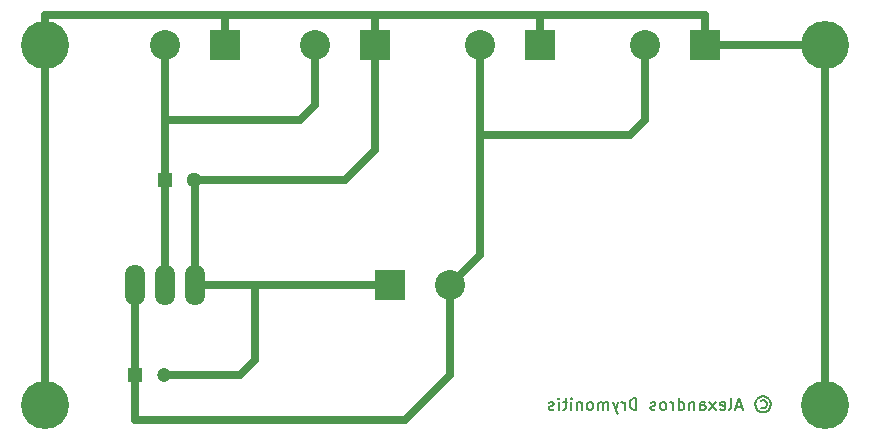
<source format=gbr>
G04 #@! TF.FileFunction,Copper,L2,Bot,Signal*
%FSLAX46Y46*%
G04 Gerber Fmt 4.6, Leading zero omitted, Abs format (unit mm)*
G04 Created by KiCad (PCBNEW 4.0.6+dfsg1-1) date Wed Nov  1 12:52:48 2017*
%MOMM*%
%LPD*%
G01*
G04 APERTURE LIST*
%ADD10C,0.050000*%
%ADD11C,0.190500*%
%ADD12R,1.200000X1.200000*%
%ADD13C,1.200000*%
%ADD14R,1.300000X1.300000*%
%ADD15C,1.300000*%
%ADD16R,2.540000X2.540000*%
%ADD17C,2.540000*%
%ADD18O,1.699260X3.500120*%
%ADD19C,4.064000*%
%ADD20C,0.700000*%
G04 APERTURE END LIST*
D10*
D11*
X178727620Y-120340476D02*
X178822858Y-120292857D01*
X179013334Y-120292857D01*
X179108572Y-120340476D01*
X179203810Y-120435714D01*
X179251429Y-120530952D01*
X179251429Y-120721429D01*
X179203810Y-120816667D01*
X179108572Y-120911905D01*
X179013334Y-120959524D01*
X178822858Y-120959524D01*
X178727620Y-120911905D01*
X178918096Y-119959524D02*
X179156191Y-120007143D01*
X179394287Y-120150000D01*
X179537144Y-120388095D01*
X179584763Y-120626190D01*
X179537144Y-120864286D01*
X179394287Y-121102381D01*
X179156191Y-121245238D01*
X178918096Y-121292857D01*
X178680001Y-121245238D01*
X178441906Y-121102381D01*
X178299049Y-120864286D01*
X178251429Y-120626190D01*
X178299049Y-120388095D01*
X178441906Y-120150000D01*
X178680001Y-120007143D01*
X178918096Y-119959524D01*
X177108572Y-120816667D02*
X176632381Y-120816667D01*
X177203810Y-121102381D02*
X176870477Y-120102381D01*
X176537143Y-121102381D01*
X176060953Y-121102381D02*
X176156191Y-121054762D01*
X176203810Y-120959524D01*
X176203810Y-120102381D01*
X175299047Y-121054762D02*
X175394285Y-121102381D01*
X175584762Y-121102381D01*
X175680000Y-121054762D01*
X175727619Y-120959524D01*
X175727619Y-120578571D01*
X175680000Y-120483333D01*
X175584762Y-120435714D01*
X175394285Y-120435714D01*
X175299047Y-120483333D01*
X175251428Y-120578571D01*
X175251428Y-120673810D01*
X175727619Y-120769048D01*
X174918095Y-121102381D02*
X174394285Y-120435714D01*
X174918095Y-120435714D02*
X174394285Y-121102381D01*
X173584761Y-121102381D02*
X173584761Y-120578571D01*
X173632380Y-120483333D01*
X173727618Y-120435714D01*
X173918095Y-120435714D01*
X174013333Y-120483333D01*
X173584761Y-121054762D02*
X173679999Y-121102381D01*
X173918095Y-121102381D01*
X174013333Y-121054762D01*
X174060952Y-120959524D01*
X174060952Y-120864286D01*
X174013333Y-120769048D01*
X173918095Y-120721429D01*
X173679999Y-120721429D01*
X173584761Y-120673810D01*
X173108571Y-120435714D02*
X173108571Y-121102381D01*
X173108571Y-120530952D02*
X173060952Y-120483333D01*
X172965714Y-120435714D01*
X172822856Y-120435714D01*
X172727618Y-120483333D01*
X172679999Y-120578571D01*
X172679999Y-121102381D01*
X171775237Y-121102381D02*
X171775237Y-120102381D01*
X171775237Y-121054762D02*
X171870475Y-121102381D01*
X172060952Y-121102381D01*
X172156190Y-121054762D01*
X172203809Y-121007143D01*
X172251428Y-120911905D01*
X172251428Y-120626190D01*
X172203809Y-120530952D01*
X172156190Y-120483333D01*
X172060952Y-120435714D01*
X171870475Y-120435714D01*
X171775237Y-120483333D01*
X171299047Y-121102381D02*
X171299047Y-120435714D01*
X171299047Y-120626190D02*
X171251428Y-120530952D01*
X171203809Y-120483333D01*
X171108571Y-120435714D01*
X171013332Y-120435714D01*
X170537142Y-121102381D02*
X170632380Y-121054762D01*
X170679999Y-121007143D01*
X170727618Y-120911905D01*
X170727618Y-120626190D01*
X170679999Y-120530952D01*
X170632380Y-120483333D01*
X170537142Y-120435714D01*
X170394284Y-120435714D01*
X170299046Y-120483333D01*
X170251427Y-120530952D01*
X170203808Y-120626190D01*
X170203808Y-120911905D01*
X170251427Y-121007143D01*
X170299046Y-121054762D01*
X170394284Y-121102381D01*
X170537142Y-121102381D01*
X169822856Y-121054762D02*
X169727618Y-121102381D01*
X169537142Y-121102381D01*
X169441903Y-121054762D01*
X169394284Y-120959524D01*
X169394284Y-120911905D01*
X169441903Y-120816667D01*
X169537142Y-120769048D01*
X169679999Y-120769048D01*
X169775237Y-120721429D01*
X169822856Y-120626190D01*
X169822856Y-120578571D01*
X169775237Y-120483333D01*
X169679999Y-120435714D01*
X169537142Y-120435714D01*
X169441903Y-120483333D01*
X168203808Y-121102381D02*
X168203808Y-120102381D01*
X167965713Y-120102381D01*
X167822855Y-120150000D01*
X167727617Y-120245238D01*
X167679998Y-120340476D01*
X167632379Y-120530952D01*
X167632379Y-120673810D01*
X167679998Y-120864286D01*
X167727617Y-120959524D01*
X167822855Y-121054762D01*
X167965713Y-121102381D01*
X168203808Y-121102381D01*
X167203808Y-121102381D02*
X167203808Y-120435714D01*
X167203808Y-120626190D02*
X167156189Y-120530952D01*
X167108570Y-120483333D01*
X167013332Y-120435714D01*
X166918093Y-120435714D01*
X166679998Y-120435714D02*
X166441903Y-121102381D01*
X166203807Y-120435714D02*
X166441903Y-121102381D01*
X166537141Y-121340476D01*
X166584760Y-121388095D01*
X166679998Y-121435714D01*
X165822855Y-121102381D02*
X165822855Y-120435714D01*
X165822855Y-120530952D02*
X165775236Y-120483333D01*
X165679998Y-120435714D01*
X165537140Y-120435714D01*
X165441902Y-120483333D01*
X165394283Y-120578571D01*
X165394283Y-121102381D01*
X165394283Y-120578571D02*
X165346664Y-120483333D01*
X165251426Y-120435714D01*
X165108569Y-120435714D01*
X165013331Y-120483333D01*
X164965712Y-120578571D01*
X164965712Y-121102381D01*
X164346665Y-121102381D02*
X164441903Y-121054762D01*
X164489522Y-121007143D01*
X164537141Y-120911905D01*
X164537141Y-120626190D01*
X164489522Y-120530952D01*
X164441903Y-120483333D01*
X164346665Y-120435714D01*
X164203807Y-120435714D01*
X164108569Y-120483333D01*
X164060950Y-120530952D01*
X164013331Y-120626190D01*
X164013331Y-120911905D01*
X164060950Y-121007143D01*
X164108569Y-121054762D01*
X164203807Y-121102381D01*
X164346665Y-121102381D01*
X163584760Y-120435714D02*
X163584760Y-121102381D01*
X163584760Y-120530952D02*
X163537141Y-120483333D01*
X163441903Y-120435714D01*
X163299045Y-120435714D01*
X163203807Y-120483333D01*
X163156188Y-120578571D01*
X163156188Y-121102381D01*
X162679998Y-121102381D02*
X162679998Y-120435714D01*
X162679998Y-120102381D02*
X162727617Y-120150000D01*
X162679998Y-120197619D01*
X162632379Y-120150000D01*
X162679998Y-120102381D01*
X162679998Y-120197619D01*
X162346665Y-120435714D02*
X161965713Y-120435714D01*
X162203808Y-120102381D02*
X162203808Y-120959524D01*
X162156189Y-121054762D01*
X162060951Y-121102381D01*
X161965713Y-121102381D01*
X161632379Y-121102381D02*
X161632379Y-120435714D01*
X161632379Y-120102381D02*
X161679998Y-120150000D01*
X161632379Y-120197619D01*
X161584760Y-120150000D01*
X161632379Y-120102381D01*
X161632379Y-120197619D01*
X161203808Y-121054762D02*
X161108570Y-121102381D01*
X160918094Y-121102381D01*
X160822855Y-121054762D01*
X160775236Y-120959524D01*
X160775236Y-120911905D01*
X160822855Y-120816667D01*
X160918094Y-120769048D01*
X161060951Y-120769048D01*
X161156189Y-120721429D01*
X161203808Y-120626190D01*
X161203808Y-120578571D01*
X161156189Y-120483333D01*
X161060951Y-120435714D01*
X160918094Y-120435714D01*
X160822855Y-120483333D01*
D12*
X125730000Y-118110000D03*
D13*
X128230000Y-118110000D03*
D14*
X128270000Y-101600000D03*
D15*
X130770000Y-101600000D03*
D16*
X147320000Y-110490000D03*
D17*
X152400000Y-110490000D03*
D16*
X146050000Y-90170000D03*
D17*
X140970000Y-90170000D03*
D16*
X133350000Y-90170000D03*
D17*
X128270000Y-90170000D03*
D16*
X173990000Y-90170000D03*
D17*
X168910000Y-90170000D03*
D16*
X160020000Y-90170000D03*
D17*
X154940000Y-90170000D03*
D18*
X128270000Y-110490000D03*
X130810000Y-110490000D03*
X125730000Y-110490000D03*
D19*
X184150000Y-90170000D03*
X118110000Y-90170000D03*
X118110000Y-120650000D03*
X184150000Y-120650000D03*
D20*
X168910000Y-90170000D02*
X168910000Y-96520000D01*
X167640000Y-97790000D02*
X154940000Y-97790000D01*
X168910000Y-96520000D02*
X167640000Y-97790000D01*
X125730000Y-118110000D02*
X125730000Y-110490000D01*
X152400000Y-110490000D02*
X152400000Y-118110000D01*
X125730000Y-121920000D02*
X125730000Y-118110000D01*
X148590000Y-121920000D02*
X125730000Y-121920000D01*
X152400000Y-118110000D02*
X148590000Y-121920000D01*
X152400000Y-110490000D02*
X154940000Y-107950000D01*
X154940000Y-107950000D02*
X154940000Y-97790000D01*
X154940000Y-97790000D02*
X154940000Y-90170000D01*
X118110000Y-120650000D02*
X118110000Y-90170000D01*
X118110000Y-90170000D02*
X118110000Y-87630000D01*
X118110000Y-87630000D02*
X133350000Y-87630000D01*
X184150000Y-90170000D02*
X184150000Y-120650000D01*
X184150000Y-90170000D02*
X173990000Y-90170000D01*
X173990000Y-90170000D02*
X173990000Y-87630000D01*
X173990000Y-87630000D02*
X160020000Y-87630000D01*
X160020000Y-90170000D02*
X160020000Y-87630000D01*
X160020000Y-87630000D02*
X146050000Y-87630000D01*
X133350000Y-90170000D02*
X133350000Y-87630000D01*
X146050000Y-87630000D02*
X146050000Y-90170000D01*
X133350000Y-87630000D02*
X146050000Y-87630000D01*
X130770000Y-101600000D02*
X143510000Y-101600000D01*
X146050000Y-99060000D02*
X146050000Y-90170000D01*
X143510000Y-101600000D02*
X146050000Y-99060000D01*
X130810000Y-110490000D02*
X130810000Y-101640000D01*
X130810000Y-101640000D02*
X130770000Y-101600000D01*
X128230000Y-118110000D02*
X134620000Y-118110000D01*
X135890000Y-116840000D02*
X135890000Y-110490000D01*
X134620000Y-118110000D02*
X135890000Y-116840000D01*
X147320000Y-110490000D02*
X135890000Y-110490000D01*
X135890000Y-110490000D02*
X130810000Y-110490000D01*
X140970000Y-90170000D02*
X140970000Y-95250000D01*
X139700000Y-96520000D02*
X128270000Y-96520000D01*
X140970000Y-95250000D02*
X139700000Y-96520000D01*
X128270000Y-101600000D02*
X128270000Y-96520000D01*
X128270000Y-96520000D02*
X128270000Y-90170000D01*
X128270000Y-110490000D02*
X128270000Y-101600000D01*
M02*

</source>
